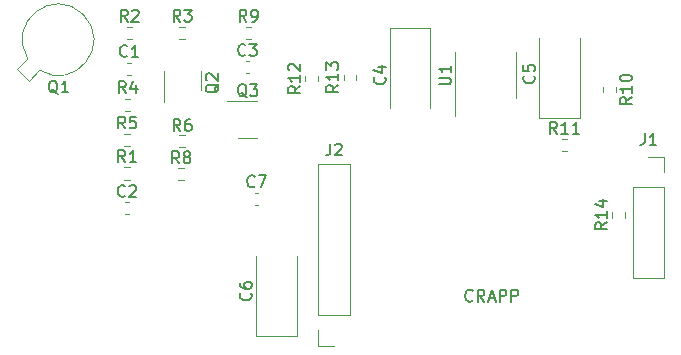
<source format=gbr>
%TF.GenerationSoftware,KiCad,Pcbnew,7.0.8*%
%TF.CreationDate,2025-06-05T10:18:12-04:00*%
%TF.ProjectId,happless,68617070-6c65-4737-932e-6b696361645f,rev?*%
%TF.SameCoordinates,Original*%
%TF.FileFunction,Legend,Top*%
%TF.FilePolarity,Positive*%
%FSLAX46Y46*%
G04 Gerber Fmt 4.6, Leading zero omitted, Abs format (unit mm)*
G04 Created by KiCad (PCBNEW 7.0.8) date 2025-06-05 10:18:12*
%MOMM*%
%LPD*%
G01*
G04 APERTURE LIST*
%ADD10C,0.150000*%
%ADD11C,0.120000*%
G04 APERTURE END LIST*
D10*
X121913807Y-94567380D02*
X121866188Y-94615000D01*
X121866188Y-94615000D02*
X121723331Y-94662619D01*
X121723331Y-94662619D02*
X121628093Y-94662619D01*
X121628093Y-94662619D02*
X121485236Y-94615000D01*
X121485236Y-94615000D02*
X121389998Y-94519761D01*
X121389998Y-94519761D02*
X121342379Y-94424523D01*
X121342379Y-94424523D02*
X121294760Y-94234047D01*
X121294760Y-94234047D02*
X121294760Y-94091190D01*
X121294760Y-94091190D02*
X121342379Y-93900714D01*
X121342379Y-93900714D02*
X121389998Y-93805476D01*
X121389998Y-93805476D02*
X121485236Y-93710238D01*
X121485236Y-93710238D02*
X121628093Y-93662619D01*
X121628093Y-93662619D02*
X121723331Y-93662619D01*
X121723331Y-93662619D02*
X121866188Y-93710238D01*
X121866188Y-93710238D02*
X121913807Y-93757857D01*
X122913807Y-94662619D02*
X122580474Y-94186428D01*
X122342379Y-94662619D02*
X122342379Y-93662619D01*
X122342379Y-93662619D02*
X122723331Y-93662619D01*
X122723331Y-93662619D02*
X122818569Y-93710238D01*
X122818569Y-93710238D02*
X122866188Y-93757857D01*
X122866188Y-93757857D02*
X122913807Y-93853095D01*
X122913807Y-93853095D02*
X122913807Y-93995952D01*
X122913807Y-93995952D02*
X122866188Y-94091190D01*
X122866188Y-94091190D02*
X122818569Y-94138809D01*
X122818569Y-94138809D02*
X122723331Y-94186428D01*
X122723331Y-94186428D02*
X122342379Y-94186428D01*
X123294760Y-94376904D02*
X123770950Y-94376904D01*
X123199522Y-94662619D02*
X123532855Y-93662619D01*
X123532855Y-93662619D02*
X123866188Y-94662619D01*
X124199522Y-94662619D02*
X124199522Y-93662619D01*
X124199522Y-93662619D02*
X124580474Y-93662619D01*
X124580474Y-93662619D02*
X124675712Y-93710238D01*
X124675712Y-93710238D02*
X124723331Y-93757857D01*
X124723331Y-93757857D02*
X124770950Y-93853095D01*
X124770950Y-93853095D02*
X124770950Y-93995952D01*
X124770950Y-93995952D02*
X124723331Y-94091190D01*
X124723331Y-94091190D02*
X124675712Y-94138809D01*
X124675712Y-94138809D02*
X124580474Y-94186428D01*
X124580474Y-94186428D02*
X124199522Y-94186428D01*
X125199522Y-94662619D02*
X125199522Y-93662619D01*
X125199522Y-93662619D02*
X125580474Y-93662619D01*
X125580474Y-93662619D02*
X125675712Y-93710238D01*
X125675712Y-93710238D02*
X125723331Y-93757857D01*
X125723331Y-93757857D02*
X125770950Y-93853095D01*
X125770950Y-93853095D02*
X125770950Y-93995952D01*
X125770950Y-93995952D02*
X125723331Y-94091190D01*
X125723331Y-94091190D02*
X125675712Y-94138809D01*
X125675712Y-94138809D02*
X125580474Y-94186428D01*
X125580474Y-94186428D02*
X125199522Y-94186428D01*
X92695733Y-70957619D02*
X92362400Y-70481428D01*
X92124305Y-70957619D02*
X92124305Y-69957619D01*
X92124305Y-69957619D02*
X92505257Y-69957619D01*
X92505257Y-69957619D02*
X92600495Y-70005238D01*
X92600495Y-70005238D02*
X92648114Y-70052857D01*
X92648114Y-70052857D02*
X92695733Y-70148095D01*
X92695733Y-70148095D02*
X92695733Y-70290952D01*
X92695733Y-70290952D02*
X92648114Y-70386190D01*
X92648114Y-70386190D02*
X92600495Y-70433809D01*
X92600495Y-70433809D02*
X92505257Y-70481428D01*
X92505257Y-70481428D02*
X92124305Y-70481428D01*
X93076686Y-70052857D02*
X93124305Y-70005238D01*
X93124305Y-70005238D02*
X93219543Y-69957619D01*
X93219543Y-69957619D02*
X93457638Y-69957619D01*
X93457638Y-69957619D02*
X93552876Y-70005238D01*
X93552876Y-70005238D02*
X93600495Y-70052857D01*
X93600495Y-70052857D02*
X93648114Y-70148095D01*
X93648114Y-70148095D02*
X93648114Y-70243333D01*
X93648114Y-70243333D02*
X93600495Y-70386190D01*
X93600495Y-70386190D02*
X93029067Y-70957619D01*
X93029067Y-70957619D02*
X93648114Y-70957619D01*
X119053619Y-76261904D02*
X119863142Y-76261904D01*
X119863142Y-76261904D02*
X119958380Y-76214285D01*
X119958380Y-76214285D02*
X120006000Y-76166666D01*
X120006000Y-76166666D02*
X120053619Y-76071428D01*
X120053619Y-76071428D02*
X120053619Y-75880952D01*
X120053619Y-75880952D02*
X120006000Y-75785714D01*
X120006000Y-75785714D02*
X119958380Y-75738095D01*
X119958380Y-75738095D02*
X119863142Y-75690476D01*
X119863142Y-75690476D02*
X119053619Y-75690476D01*
X120053619Y-74690476D02*
X120053619Y-75261904D01*
X120053619Y-74976190D02*
X119053619Y-74976190D01*
X119053619Y-74976190D02*
X119196476Y-75071428D01*
X119196476Y-75071428D02*
X119291714Y-75166666D01*
X119291714Y-75166666D02*
X119339333Y-75261904D01*
X97166133Y-70957619D02*
X96832800Y-70481428D01*
X96594705Y-70957619D02*
X96594705Y-69957619D01*
X96594705Y-69957619D02*
X96975657Y-69957619D01*
X96975657Y-69957619D02*
X97070895Y-70005238D01*
X97070895Y-70005238D02*
X97118514Y-70052857D01*
X97118514Y-70052857D02*
X97166133Y-70148095D01*
X97166133Y-70148095D02*
X97166133Y-70290952D01*
X97166133Y-70290952D02*
X97118514Y-70386190D01*
X97118514Y-70386190D02*
X97070895Y-70433809D01*
X97070895Y-70433809D02*
X96975657Y-70481428D01*
X96975657Y-70481428D02*
X96594705Y-70481428D01*
X97499467Y-69957619D02*
X98118514Y-69957619D01*
X98118514Y-69957619D02*
X97785181Y-70338571D01*
X97785181Y-70338571D02*
X97928038Y-70338571D01*
X97928038Y-70338571D02*
X98023276Y-70386190D01*
X98023276Y-70386190D02*
X98070895Y-70433809D01*
X98070895Y-70433809D02*
X98118514Y-70529047D01*
X98118514Y-70529047D02*
X98118514Y-70767142D01*
X98118514Y-70767142D02*
X98070895Y-70862380D01*
X98070895Y-70862380D02*
X98023276Y-70910000D01*
X98023276Y-70910000D02*
X97928038Y-70957619D01*
X97928038Y-70957619D02*
X97642324Y-70957619D01*
X97642324Y-70957619D02*
X97547086Y-70910000D01*
X97547086Y-70910000D02*
X97499467Y-70862380D01*
X110530819Y-76322657D02*
X110054628Y-76655990D01*
X110530819Y-76894085D02*
X109530819Y-76894085D01*
X109530819Y-76894085D02*
X109530819Y-76513133D01*
X109530819Y-76513133D02*
X109578438Y-76417895D01*
X109578438Y-76417895D02*
X109626057Y-76370276D01*
X109626057Y-76370276D02*
X109721295Y-76322657D01*
X109721295Y-76322657D02*
X109864152Y-76322657D01*
X109864152Y-76322657D02*
X109959390Y-76370276D01*
X109959390Y-76370276D02*
X110007009Y-76417895D01*
X110007009Y-76417895D02*
X110054628Y-76513133D01*
X110054628Y-76513133D02*
X110054628Y-76894085D01*
X110530819Y-75370276D02*
X110530819Y-75941704D01*
X110530819Y-75655990D02*
X109530819Y-75655990D01*
X109530819Y-75655990D02*
X109673676Y-75751228D01*
X109673676Y-75751228D02*
X109768914Y-75846466D01*
X109768914Y-75846466D02*
X109816533Y-75941704D01*
X109530819Y-75036942D02*
X109530819Y-74417895D01*
X109530819Y-74417895D02*
X109911771Y-74751228D01*
X109911771Y-74751228D02*
X109911771Y-74608371D01*
X109911771Y-74608371D02*
X109959390Y-74513133D01*
X109959390Y-74513133D02*
X110007009Y-74465514D01*
X110007009Y-74465514D02*
X110102247Y-74417895D01*
X110102247Y-74417895D02*
X110340342Y-74417895D01*
X110340342Y-74417895D02*
X110435580Y-74465514D01*
X110435580Y-74465514D02*
X110483200Y-74513133D01*
X110483200Y-74513133D02*
X110530819Y-74608371D01*
X110530819Y-74608371D02*
X110530819Y-74894085D01*
X110530819Y-74894085D02*
X110483200Y-74989323D01*
X110483200Y-74989323D02*
X110435580Y-75036942D01*
X92492533Y-82844819D02*
X92159200Y-82368628D01*
X91921105Y-82844819D02*
X91921105Y-81844819D01*
X91921105Y-81844819D02*
X92302057Y-81844819D01*
X92302057Y-81844819D02*
X92397295Y-81892438D01*
X92397295Y-81892438D02*
X92444914Y-81940057D01*
X92444914Y-81940057D02*
X92492533Y-82035295D01*
X92492533Y-82035295D02*
X92492533Y-82178152D01*
X92492533Y-82178152D02*
X92444914Y-82273390D01*
X92444914Y-82273390D02*
X92397295Y-82321009D01*
X92397295Y-82321009D02*
X92302057Y-82368628D01*
X92302057Y-82368628D02*
X91921105Y-82368628D01*
X93444914Y-82844819D02*
X92873486Y-82844819D01*
X93159200Y-82844819D02*
X93159200Y-81844819D01*
X93159200Y-81844819D02*
X93063962Y-81987676D01*
X93063962Y-81987676D02*
X92968724Y-82082914D01*
X92968724Y-82082914D02*
X92873486Y-82130533D01*
X102766333Y-70957619D02*
X102433000Y-70481428D01*
X102194905Y-70957619D02*
X102194905Y-69957619D01*
X102194905Y-69957619D02*
X102575857Y-69957619D01*
X102575857Y-69957619D02*
X102671095Y-70005238D01*
X102671095Y-70005238D02*
X102718714Y-70052857D01*
X102718714Y-70052857D02*
X102766333Y-70148095D01*
X102766333Y-70148095D02*
X102766333Y-70290952D01*
X102766333Y-70290952D02*
X102718714Y-70386190D01*
X102718714Y-70386190D02*
X102671095Y-70433809D01*
X102671095Y-70433809D02*
X102575857Y-70481428D01*
X102575857Y-70481428D02*
X102194905Y-70481428D01*
X103242524Y-70957619D02*
X103433000Y-70957619D01*
X103433000Y-70957619D02*
X103528238Y-70910000D01*
X103528238Y-70910000D02*
X103575857Y-70862380D01*
X103575857Y-70862380D02*
X103671095Y-70719523D01*
X103671095Y-70719523D02*
X103718714Y-70529047D01*
X103718714Y-70529047D02*
X103718714Y-70148095D01*
X103718714Y-70148095D02*
X103671095Y-70052857D01*
X103671095Y-70052857D02*
X103623476Y-70005238D01*
X103623476Y-70005238D02*
X103528238Y-69957619D01*
X103528238Y-69957619D02*
X103337762Y-69957619D01*
X103337762Y-69957619D02*
X103242524Y-70005238D01*
X103242524Y-70005238D02*
X103194905Y-70052857D01*
X103194905Y-70052857D02*
X103147286Y-70148095D01*
X103147286Y-70148095D02*
X103147286Y-70386190D01*
X103147286Y-70386190D02*
X103194905Y-70481428D01*
X103194905Y-70481428D02*
X103242524Y-70529047D01*
X103242524Y-70529047D02*
X103337762Y-70576666D01*
X103337762Y-70576666D02*
X103528238Y-70576666D01*
X103528238Y-70576666D02*
X103623476Y-70529047D01*
X103623476Y-70529047D02*
X103671095Y-70481428D01*
X103671095Y-70481428D02*
X103718714Y-70386190D01*
X114456380Y-75655466D02*
X114504000Y-75703085D01*
X114504000Y-75703085D02*
X114551619Y-75845942D01*
X114551619Y-75845942D02*
X114551619Y-75941180D01*
X114551619Y-75941180D02*
X114504000Y-76084037D01*
X114504000Y-76084037D02*
X114408761Y-76179275D01*
X114408761Y-76179275D02*
X114313523Y-76226894D01*
X114313523Y-76226894D02*
X114123047Y-76274513D01*
X114123047Y-76274513D02*
X113980190Y-76274513D01*
X113980190Y-76274513D02*
X113789714Y-76226894D01*
X113789714Y-76226894D02*
X113694476Y-76179275D01*
X113694476Y-76179275D02*
X113599238Y-76084037D01*
X113599238Y-76084037D02*
X113551619Y-75941180D01*
X113551619Y-75941180D02*
X113551619Y-75845942D01*
X113551619Y-75845942D02*
X113599238Y-75703085D01*
X113599238Y-75703085D02*
X113646857Y-75655466D01*
X113884952Y-74798323D02*
X114551619Y-74798323D01*
X113504000Y-75036418D02*
X114218285Y-75274513D01*
X114218285Y-75274513D02*
X114218285Y-74655466D01*
X107309619Y-76424257D02*
X106833428Y-76757590D01*
X107309619Y-76995685D02*
X106309619Y-76995685D01*
X106309619Y-76995685D02*
X106309619Y-76614733D01*
X106309619Y-76614733D02*
X106357238Y-76519495D01*
X106357238Y-76519495D02*
X106404857Y-76471876D01*
X106404857Y-76471876D02*
X106500095Y-76424257D01*
X106500095Y-76424257D02*
X106642952Y-76424257D01*
X106642952Y-76424257D02*
X106738190Y-76471876D01*
X106738190Y-76471876D02*
X106785809Y-76519495D01*
X106785809Y-76519495D02*
X106833428Y-76614733D01*
X106833428Y-76614733D02*
X106833428Y-76995685D01*
X107309619Y-75471876D02*
X107309619Y-76043304D01*
X107309619Y-75757590D02*
X106309619Y-75757590D01*
X106309619Y-75757590D02*
X106452476Y-75852828D01*
X106452476Y-75852828D02*
X106547714Y-75948066D01*
X106547714Y-75948066D02*
X106595333Y-76043304D01*
X106404857Y-75090923D02*
X106357238Y-75043304D01*
X106357238Y-75043304D02*
X106309619Y-74948066D01*
X106309619Y-74948066D02*
X106309619Y-74709971D01*
X106309619Y-74709971D02*
X106357238Y-74614733D01*
X106357238Y-74614733D02*
X106404857Y-74567114D01*
X106404857Y-74567114D02*
X106500095Y-74519495D01*
X106500095Y-74519495D02*
X106595333Y-74519495D01*
X106595333Y-74519495D02*
X106738190Y-74567114D01*
X106738190Y-74567114D02*
X107309619Y-75138542D01*
X107309619Y-75138542D02*
X107309619Y-74519495D01*
X97064533Y-82954019D02*
X96731200Y-82477828D01*
X96493105Y-82954019D02*
X96493105Y-81954019D01*
X96493105Y-81954019D02*
X96874057Y-81954019D01*
X96874057Y-81954019D02*
X96969295Y-82001638D01*
X96969295Y-82001638D02*
X97016914Y-82049257D01*
X97016914Y-82049257D02*
X97064533Y-82144495D01*
X97064533Y-82144495D02*
X97064533Y-82287352D01*
X97064533Y-82287352D02*
X97016914Y-82382590D01*
X97016914Y-82382590D02*
X96969295Y-82430209D01*
X96969295Y-82430209D02*
X96874057Y-82477828D01*
X96874057Y-82477828D02*
X96493105Y-82477828D01*
X97635962Y-82382590D02*
X97540724Y-82334971D01*
X97540724Y-82334971D02*
X97493105Y-82287352D01*
X97493105Y-82287352D02*
X97445486Y-82192114D01*
X97445486Y-82192114D02*
X97445486Y-82144495D01*
X97445486Y-82144495D02*
X97493105Y-82049257D01*
X97493105Y-82049257D02*
X97540724Y-82001638D01*
X97540724Y-82001638D02*
X97635962Y-81954019D01*
X97635962Y-81954019D02*
X97826438Y-81954019D01*
X97826438Y-81954019D02*
X97921676Y-82001638D01*
X97921676Y-82001638D02*
X97969295Y-82049257D01*
X97969295Y-82049257D02*
X98016914Y-82144495D01*
X98016914Y-82144495D02*
X98016914Y-82192114D01*
X98016914Y-82192114D02*
X97969295Y-82287352D01*
X97969295Y-82287352D02*
X97921676Y-82334971D01*
X97921676Y-82334971D02*
X97826438Y-82382590D01*
X97826438Y-82382590D02*
X97635962Y-82382590D01*
X97635962Y-82382590D02*
X97540724Y-82430209D01*
X97540724Y-82430209D02*
X97493105Y-82477828D01*
X97493105Y-82477828D02*
X97445486Y-82573066D01*
X97445486Y-82573066D02*
X97445486Y-82763542D01*
X97445486Y-82763542D02*
X97493105Y-82858780D01*
X97493105Y-82858780D02*
X97540724Y-82906400D01*
X97540724Y-82906400D02*
X97635962Y-82954019D01*
X97635962Y-82954019D02*
X97826438Y-82954019D01*
X97826438Y-82954019D02*
X97921676Y-82906400D01*
X97921676Y-82906400D02*
X97969295Y-82858780D01*
X97969295Y-82858780D02*
X98016914Y-82763542D01*
X98016914Y-82763542D02*
X98016914Y-82573066D01*
X98016914Y-82573066D02*
X97969295Y-82477828D01*
X97969295Y-82477828D02*
X97921676Y-82430209D01*
X97921676Y-82430209D02*
X97826438Y-82382590D01*
X127095580Y-75553866D02*
X127143200Y-75601485D01*
X127143200Y-75601485D02*
X127190819Y-75744342D01*
X127190819Y-75744342D02*
X127190819Y-75839580D01*
X127190819Y-75839580D02*
X127143200Y-75982437D01*
X127143200Y-75982437D02*
X127047961Y-76077675D01*
X127047961Y-76077675D02*
X126952723Y-76125294D01*
X126952723Y-76125294D02*
X126762247Y-76172913D01*
X126762247Y-76172913D02*
X126619390Y-76172913D01*
X126619390Y-76172913D02*
X126428914Y-76125294D01*
X126428914Y-76125294D02*
X126333676Y-76077675D01*
X126333676Y-76077675D02*
X126238438Y-75982437D01*
X126238438Y-75982437D02*
X126190819Y-75839580D01*
X126190819Y-75839580D02*
X126190819Y-75744342D01*
X126190819Y-75744342D02*
X126238438Y-75601485D01*
X126238438Y-75601485D02*
X126286057Y-75553866D01*
X126190819Y-74649104D02*
X126190819Y-75125294D01*
X126190819Y-75125294D02*
X126667009Y-75172913D01*
X126667009Y-75172913D02*
X126619390Y-75125294D01*
X126619390Y-75125294D02*
X126571771Y-75030056D01*
X126571771Y-75030056D02*
X126571771Y-74791961D01*
X126571771Y-74791961D02*
X126619390Y-74696723D01*
X126619390Y-74696723D02*
X126667009Y-74649104D01*
X126667009Y-74649104D02*
X126762247Y-74601485D01*
X126762247Y-74601485D02*
X127000342Y-74601485D01*
X127000342Y-74601485D02*
X127095580Y-74649104D01*
X127095580Y-74649104D02*
X127143200Y-74696723D01*
X127143200Y-74696723D02*
X127190819Y-74791961D01*
X127190819Y-74791961D02*
X127190819Y-75030056D01*
X127190819Y-75030056D02*
X127143200Y-75125294D01*
X127143200Y-75125294D02*
X127095580Y-75172913D01*
X86772761Y-77054857D02*
X86677523Y-77007238D01*
X86677523Y-77007238D02*
X86582285Y-76912000D01*
X86582285Y-76912000D02*
X86439428Y-76769142D01*
X86439428Y-76769142D02*
X86344190Y-76721523D01*
X86344190Y-76721523D02*
X86248952Y-76721523D01*
X86296571Y-76959619D02*
X86201333Y-76912000D01*
X86201333Y-76912000D02*
X86106095Y-76816761D01*
X86106095Y-76816761D02*
X86058476Y-76626285D01*
X86058476Y-76626285D02*
X86058476Y-76292952D01*
X86058476Y-76292952D02*
X86106095Y-76102476D01*
X86106095Y-76102476D02*
X86201333Y-76007238D01*
X86201333Y-76007238D02*
X86296571Y-75959619D01*
X86296571Y-75959619D02*
X86487047Y-75959619D01*
X86487047Y-75959619D02*
X86582285Y-76007238D01*
X86582285Y-76007238D02*
X86677523Y-76102476D01*
X86677523Y-76102476D02*
X86725142Y-76292952D01*
X86725142Y-76292952D02*
X86725142Y-76626285D01*
X86725142Y-76626285D02*
X86677523Y-76816761D01*
X86677523Y-76816761D02*
X86582285Y-76912000D01*
X86582285Y-76912000D02*
X86487047Y-76959619D01*
X86487047Y-76959619D02*
X86296571Y-76959619D01*
X87677523Y-76959619D02*
X87106095Y-76959619D01*
X87391809Y-76959619D02*
X87391809Y-75959619D01*
X87391809Y-75959619D02*
X87296571Y-76102476D01*
X87296571Y-76102476D02*
X87201333Y-76197714D01*
X87201333Y-76197714D02*
X87106095Y-76245333D01*
X92492533Y-80000019D02*
X92159200Y-79523828D01*
X91921105Y-80000019D02*
X91921105Y-79000019D01*
X91921105Y-79000019D02*
X92302057Y-79000019D01*
X92302057Y-79000019D02*
X92397295Y-79047638D01*
X92397295Y-79047638D02*
X92444914Y-79095257D01*
X92444914Y-79095257D02*
X92492533Y-79190495D01*
X92492533Y-79190495D02*
X92492533Y-79333352D01*
X92492533Y-79333352D02*
X92444914Y-79428590D01*
X92444914Y-79428590D02*
X92397295Y-79476209D01*
X92397295Y-79476209D02*
X92302057Y-79523828D01*
X92302057Y-79523828D02*
X91921105Y-79523828D01*
X93397295Y-79000019D02*
X92921105Y-79000019D01*
X92921105Y-79000019D02*
X92873486Y-79476209D01*
X92873486Y-79476209D02*
X92921105Y-79428590D01*
X92921105Y-79428590D02*
X93016343Y-79380971D01*
X93016343Y-79380971D02*
X93254438Y-79380971D01*
X93254438Y-79380971D02*
X93349676Y-79428590D01*
X93349676Y-79428590D02*
X93397295Y-79476209D01*
X93397295Y-79476209D02*
X93444914Y-79571447D01*
X93444914Y-79571447D02*
X93444914Y-79809542D01*
X93444914Y-79809542D02*
X93397295Y-79904780D01*
X93397295Y-79904780D02*
X93349676Y-79952400D01*
X93349676Y-79952400D02*
X93254438Y-80000019D01*
X93254438Y-80000019D02*
X93016343Y-80000019D01*
X93016343Y-80000019D02*
X92921105Y-79952400D01*
X92921105Y-79952400D02*
X92873486Y-79904780D01*
X133289219Y-87955857D02*
X132813028Y-88289190D01*
X133289219Y-88527285D02*
X132289219Y-88527285D01*
X132289219Y-88527285D02*
X132289219Y-88146333D01*
X132289219Y-88146333D02*
X132336838Y-88051095D01*
X132336838Y-88051095D02*
X132384457Y-88003476D01*
X132384457Y-88003476D02*
X132479695Y-87955857D01*
X132479695Y-87955857D02*
X132622552Y-87955857D01*
X132622552Y-87955857D02*
X132717790Y-88003476D01*
X132717790Y-88003476D02*
X132765409Y-88051095D01*
X132765409Y-88051095D02*
X132813028Y-88146333D01*
X132813028Y-88146333D02*
X132813028Y-88527285D01*
X133289219Y-87003476D02*
X133289219Y-87574904D01*
X133289219Y-87289190D02*
X132289219Y-87289190D01*
X132289219Y-87289190D02*
X132432076Y-87384428D01*
X132432076Y-87384428D02*
X132527314Y-87479666D01*
X132527314Y-87479666D02*
X132574933Y-87574904D01*
X132622552Y-86146333D02*
X133289219Y-86146333D01*
X132241600Y-86384428D02*
X132955885Y-86622523D01*
X132955885Y-86622523D02*
X132955885Y-86003476D01*
X109851866Y-81293619D02*
X109851866Y-82007904D01*
X109851866Y-82007904D02*
X109804247Y-82150761D01*
X109804247Y-82150761D02*
X109709009Y-82246000D01*
X109709009Y-82246000D02*
X109566152Y-82293619D01*
X109566152Y-82293619D02*
X109470914Y-82293619D01*
X110280438Y-81388857D02*
X110328057Y-81341238D01*
X110328057Y-81341238D02*
X110423295Y-81293619D01*
X110423295Y-81293619D02*
X110661390Y-81293619D01*
X110661390Y-81293619D02*
X110756628Y-81341238D01*
X110756628Y-81341238D02*
X110804247Y-81388857D01*
X110804247Y-81388857D02*
X110851866Y-81484095D01*
X110851866Y-81484095D02*
X110851866Y-81579333D01*
X110851866Y-81579333D02*
X110804247Y-81722190D01*
X110804247Y-81722190D02*
X110232819Y-82293619D01*
X110232819Y-82293619D02*
X110851866Y-82293619D01*
X136471066Y-80403219D02*
X136471066Y-81117504D01*
X136471066Y-81117504D02*
X136423447Y-81260361D01*
X136423447Y-81260361D02*
X136328209Y-81355600D01*
X136328209Y-81355600D02*
X136185352Y-81403219D01*
X136185352Y-81403219D02*
X136090114Y-81403219D01*
X137471066Y-81403219D02*
X136899638Y-81403219D01*
X137185352Y-81403219D02*
X137185352Y-80403219D01*
X137185352Y-80403219D02*
X137090114Y-80546076D01*
X137090114Y-80546076D02*
X136994876Y-80641314D01*
X136994876Y-80641314D02*
X136899638Y-80688933D01*
X135387219Y-77350857D02*
X134911028Y-77684190D01*
X135387219Y-77922285D02*
X134387219Y-77922285D01*
X134387219Y-77922285D02*
X134387219Y-77541333D01*
X134387219Y-77541333D02*
X134434838Y-77446095D01*
X134434838Y-77446095D02*
X134482457Y-77398476D01*
X134482457Y-77398476D02*
X134577695Y-77350857D01*
X134577695Y-77350857D02*
X134720552Y-77350857D01*
X134720552Y-77350857D02*
X134815790Y-77398476D01*
X134815790Y-77398476D02*
X134863409Y-77446095D01*
X134863409Y-77446095D02*
X134911028Y-77541333D01*
X134911028Y-77541333D02*
X134911028Y-77922285D01*
X135387219Y-76398476D02*
X135387219Y-76969904D01*
X135387219Y-76684190D02*
X134387219Y-76684190D01*
X134387219Y-76684190D02*
X134530076Y-76779428D01*
X134530076Y-76779428D02*
X134625314Y-76874666D01*
X134625314Y-76874666D02*
X134672933Y-76969904D01*
X134387219Y-75779428D02*
X134387219Y-75684190D01*
X134387219Y-75684190D02*
X134434838Y-75588952D01*
X134434838Y-75588952D02*
X134482457Y-75541333D01*
X134482457Y-75541333D02*
X134577695Y-75493714D01*
X134577695Y-75493714D02*
X134768171Y-75446095D01*
X134768171Y-75446095D02*
X135006266Y-75446095D01*
X135006266Y-75446095D02*
X135196742Y-75493714D01*
X135196742Y-75493714D02*
X135291980Y-75541333D01*
X135291980Y-75541333D02*
X135339600Y-75588952D01*
X135339600Y-75588952D02*
X135387219Y-75684190D01*
X135387219Y-75684190D02*
X135387219Y-75779428D01*
X135387219Y-75779428D02*
X135339600Y-75874666D01*
X135339600Y-75874666D02*
X135291980Y-75922285D01*
X135291980Y-75922285D02*
X135196742Y-75969904D01*
X135196742Y-75969904D02*
X135006266Y-76017523D01*
X135006266Y-76017523D02*
X134768171Y-76017523D01*
X134768171Y-76017523D02*
X134577695Y-75969904D01*
X134577695Y-75969904D02*
X134482457Y-75922285D01*
X134482457Y-75922285D02*
X134434838Y-75874666D01*
X134434838Y-75874666D02*
X134387219Y-75779428D01*
X92657933Y-73859580D02*
X92610314Y-73907200D01*
X92610314Y-73907200D02*
X92467457Y-73954819D01*
X92467457Y-73954819D02*
X92372219Y-73954819D01*
X92372219Y-73954819D02*
X92229362Y-73907200D01*
X92229362Y-73907200D02*
X92134124Y-73811961D01*
X92134124Y-73811961D02*
X92086505Y-73716723D01*
X92086505Y-73716723D02*
X92038886Y-73526247D01*
X92038886Y-73526247D02*
X92038886Y-73383390D01*
X92038886Y-73383390D02*
X92086505Y-73192914D01*
X92086505Y-73192914D02*
X92134124Y-73097676D01*
X92134124Y-73097676D02*
X92229362Y-73002438D01*
X92229362Y-73002438D02*
X92372219Y-72954819D01*
X92372219Y-72954819D02*
X92467457Y-72954819D01*
X92467457Y-72954819D02*
X92610314Y-73002438D01*
X92610314Y-73002438D02*
X92657933Y-73050057D01*
X93610314Y-73954819D02*
X93038886Y-73954819D01*
X93324600Y-73954819D02*
X93324600Y-72954819D01*
X93324600Y-72954819D02*
X93229362Y-73097676D01*
X93229362Y-73097676D02*
X93134124Y-73192914D01*
X93134124Y-73192914D02*
X93038886Y-73240533D01*
X103117980Y-93943466D02*
X103165600Y-93991085D01*
X103165600Y-93991085D02*
X103213219Y-94133942D01*
X103213219Y-94133942D02*
X103213219Y-94229180D01*
X103213219Y-94229180D02*
X103165600Y-94372037D01*
X103165600Y-94372037D02*
X103070361Y-94467275D01*
X103070361Y-94467275D02*
X102975123Y-94514894D01*
X102975123Y-94514894D02*
X102784647Y-94562513D01*
X102784647Y-94562513D02*
X102641790Y-94562513D01*
X102641790Y-94562513D02*
X102451314Y-94514894D01*
X102451314Y-94514894D02*
X102356076Y-94467275D01*
X102356076Y-94467275D02*
X102260838Y-94372037D01*
X102260838Y-94372037D02*
X102213219Y-94229180D01*
X102213219Y-94229180D02*
X102213219Y-94133942D01*
X102213219Y-94133942D02*
X102260838Y-93991085D01*
X102260838Y-93991085D02*
X102308457Y-93943466D01*
X102213219Y-93086323D02*
X102213219Y-93276799D01*
X102213219Y-93276799D02*
X102260838Y-93372037D01*
X102260838Y-93372037D02*
X102308457Y-93419656D01*
X102308457Y-93419656D02*
X102451314Y-93514894D01*
X102451314Y-93514894D02*
X102641790Y-93562513D01*
X102641790Y-93562513D02*
X103022742Y-93562513D01*
X103022742Y-93562513D02*
X103117980Y-93514894D01*
X103117980Y-93514894D02*
X103165600Y-93467275D01*
X103165600Y-93467275D02*
X103213219Y-93372037D01*
X103213219Y-93372037D02*
X103213219Y-93181561D01*
X103213219Y-93181561D02*
X103165600Y-93086323D01*
X103165600Y-93086323D02*
X103117980Y-93038704D01*
X103117980Y-93038704D02*
X103022742Y-92991085D01*
X103022742Y-92991085D02*
X102784647Y-92991085D01*
X102784647Y-92991085D02*
X102689409Y-93038704D01*
X102689409Y-93038704D02*
X102641790Y-93086323D01*
X102641790Y-93086323D02*
X102594171Y-93181561D01*
X102594171Y-93181561D02*
X102594171Y-93372037D01*
X102594171Y-93372037D02*
X102641790Y-93467275D01*
X102641790Y-93467275D02*
X102689409Y-93514894D01*
X102689409Y-93514894D02*
X102784647Y-93562513D01*
X129049542Y-80457219D02*
X128716209Y-79981028D01*
X128478114Y-80457219D02*
X128478114Y-79457219D01*
X128478114Y-79457219D02*
X128859066Y-79457219D01*
X128859066Y-79457219D02*
X128954304Y-79504838D01*
X128954304Y-79504838D02*
X129001923Y-79552457D01*
X129001923Y-79552457D02*
X129049542Y-79647695D01*
X129049542Y-79647695D02*
X129049542Y-79790552D01*
X129049542Y-79790552D02*
X129001923Y-79885790D01*
X129001923Y-79885790D02*
X128954304Y-79933409D01*
X128954304Y-79933409D02*
X128859066Y-79981028D01*
X128859066Y-79981028D02*
X128478114Y-79981028D01*
X130001923Y-80457219D02*
X129430495Y-80457219D01*
X129716209Y-80457219D02*
X129716209Y-79457219D01*
X129716209Y-79457219D02*
X129620971Y-79600076D01*
X129620971Y-79600076D02*
X129525733Y-79695314D01*
X129525733Y-79695314D02*
X129430495Y-79742933D01*
X130954304Y-80457219D02*
X130382876Y-80457219D01*
X130668590Y-80457219D02*
X130668590Y-79457219D01*
X130668590Y-79457219D02*
X130573352Y-79600076D01*
X130573352Y-79600076D02*
X130478114Y-79695314D01*
X130478114Y-79695314D02*
X130382876Y-79742933D01*
X103452333Y-84883180D02*
X103404714Y-84930800D01*
X103404714Y-84930800D02*
X103261857Y-84978419D01*
X103261857Y-84978419D02*
X103166619Y-84978419D01*
X103166619Y-84978419D02*
X103023762Y-84930800D01*
X103023762Y-84930800D02*
X102928524Y-84835561D01*
X102928524Y-84835561D02*
X102880905Y-84740323D01*
X102880905Y-84740323D02*
X102833286Y-84549847D01*
X102833286Y-84549847D02*
X102833286Y-84406990D01*
X102833286Y-84406990D02*
X102880905Y-84216514D01*
X102880905Y-84216514D02*
X102928524Y-84121276D01*
X102928524Y-84121276D02*
X103023762Y-84026038D01*
X103023762Y-84026038D02*
X103166619Y-83978419D01*
X103166619Y-83978419D02*
X103261857Y-83978419D01*
X103261857Y-83978419D02*
X103404714Y-84026038D01*
X103404714Y-84026038D02*
X103452333Y-84073657D01*
X103785667Y-83978419D02*
X104452333Y-83978419D01*
X104452333Y-83978419D02*
X104023762Y-84978419D01*
X92479533Y-85695980D02*
X92431914Y-85743600D01*
X92431914Y-85743600D02*
X92289057Y-85791219D01*
X92289057Y-85791219D02*
X92193819Y-85791219D01*
X92193819Y-85791219D02*
X92050962Y-85743600D01*
X92050962Y-85743600D02*
X91955724Y-85648361D01*
X91955724Y-85648361D02*
X91908105Y-85553123D01*
X91908105Y-85553123D02*
X91860486Y-85362647D01*
X91860486Y-85362647D02*
X91860486Y-85219790D01*
X91860486Y-85219790D02*
X91908105Y-85029314D01*
X91908105Y-85029314D02*
X91955724Y-84934076D01*
X91955724Y-84934076D02*
X92050962Y-84838838D01*
X92050962Y-84838838D02*
X92193819Y-84791219D01*
X92193819Y-84791219D02*
X92289057Y-84791219D01*
X92289057Y-84791219D02*
X92431914Y-84838838D01*
X92431914Y-84838838D02*
X92479533Y-84886457D01*
X92860486Y-84886457D02*
X92908105Y-84838838D01*
X92908105Y-84838838D02*
X93003343Y-84791219D01*
X93003343Y-84791219D02*
X93241438Y-84791219D01*
X93241438Y-84791219D02*
X93336676Y-84838838D01*
X93336676Y-84838838D02*
X93384295Y-84886457D01*
X93384295Y-84886457D02*
X93431914Y-84981695D01*
X93431914Y-84981695D02*
X93431914Y-85076933D01*
X93431914Y-85076933D02*
X93384295Y-85219790D01*
X93384295Y-85219790D02*
X92812867Y-85791219D01*
X92812867Y-85791219D02*
X93431914Y-85791219D01*
X102794661Y-77362457D02*
X102699423Y-77314838D01*
X102699423Y-77314838D02*
X102604185Y-77219600D01*
X102604185Y-77219600D02*
X102461328Y-77076742D01*
X102461328Y-77076742D02*
X102366090Y-77029123D01*
X102366090Y-77029123D02*
X102270852Y-77029123D01*
X102318471Y-77267219D02*
X102223233Y-77219600D01*
X102223233Y-77219600D02*
X102127995Y-77124361D01*
X102127995Y-77124361D02*
X102080376Y-76933885D01*
X102080376Y-76933885D02*
X102080376Y-76600552D01*
X102080376Y-76600552D02*
X102127995Y-76410076D01*
X102127995Y-76410076D02*
X102223233Y-76314838D01*
X102223233Y-76314838D02*
X102318471Y-76267219D01*
X102318471Y-76267219D02*
X102508947Y-76267219D01*
X102508947Y-76267219D02*
X102604185Y-76314838D01*
X102604185Y-76314838D02*
X102699423Y-76410076D01*
X102699423Y-76410076D02*
X102747042Y-76600552D01*
X102747042Y-76600552D02*
X102747042Y-76933885D01*
X102747042Y-76933885D02*
X102699423Y-77124361D01*
X102699423Y-77124361D02*
X102604185Y-77219600D01*
X102604185Y-77219600D02*
X102508947Y-77267219D01*
X102508947Y-77267219D02*
X102318471Y-77267219D01*
X103080376Y-76267219D02*
X103699423Y-76267219D01*
X103699423Y-76267219D02*
X103366090Y-76648171D01*
X103366090Y-76648171D02*
X103508947Y-76648171D01*
X103508947Y-76648171D02*
X103604185Y-76695790D01*
X103604185Y-76695790D02*
X103651804Y-76743409D01*
X103651804Y-76743409D02*
X103699423Y-76838647D01*
X103699423Y-76838647D02*
X103699423Y-77076742D01*
X103699423Y-77076742D02*
X103651804Y-77171980D01*
X103651804Y-77171980D02*
X103604185Y-77219600D01*
X103604185Y-77219600D02*
X103508947Y-77267219D01*
X103508947Y-77267219D02*
X103223233Y-77267219D01*
X103223233Y-77267219D02*
X103127995Y-77219600D01*
X103127995Y-77219600D02*
X103080376Y-77171980D01*
X97166133Y-80210819D02*
X96832800Y-79734628D01*
X96594705Y-80210819D02*
X96594705Y-79210819D01*
X96594705Y-79210819D02*
X96975657Y-79210819D01*
X96975657Y-79210819D02*
X97070895Y-79258438D01*
X97070895Y-79258438D02*
X97118514Y-79306057D01*
X97118514Y-79306057D02*
X97166133Y-79401295D01*
X97166133Y-79401295D02*
X97166133Y-79544152D01*
X97166133Y-79544152D02*
X97118514Y-79639390D01*
X97118514Y-79639390D02*
X97070895Y-79687009D01*
X97070895Y-79687009D02*
X96975657Y-79734628D01*
X96975657Y-79734628D02*
X96594705Y-79734628D01*
X98023276Y-79210819D02*
X97832800Y-79210819D01*
X97832800Y-79210819D02*
X97737562Y-79258438D01*
X97737562Y-79258438D02*
X97689943Y-79306057D01*
X97689943Y-79306057D02*
X97594705Y-79448914D01*
X97594705Y-79448914D02*
X97547086Y-79639390D01*
X97547086Y-79639390D02*
X97547086Y-80020342D01*
X97547086Y-80020342D02*
X97594705Y-80115580D01*
X97594705Y-80115580D02*
X97642324Y-80163200D01*
X97642324Y-80163200D02*
X97737562Y-80210819D01*
X97737562Y-80210819D02*
X97928038Y-80210819D01*
X97928038Y-80210819D02*
X98023276Y-80163200D01*
X98023276Y-80163200D02*
X98070895Y-80115580D01*
X98070895Y-80115580D02*
X98118514Y-80020342D01*
X98118514Y-80020342D02*
X98118514Y-79782247D01*
X98118514Y-79782247D02*
X98070895Y-79687009D01*
X98070895Y-79687009D02*
X98023276Y-79639390D01*
X98023276Y-79639390D02*
X97928038Y-79591771D01*
X97928038Y-79591771D02*
X97737562Y-79591771D01*
X97737562Y-79591771D02*
X97642324Y-79639390D01*
X97642324Y-79639390D02*
X97594705Y-79687009D01*
X97594705Y-79687009D02*
X97547086Y-79782247D01*
X100422857Y-76244438D02*
X100375238Y-76339676D01*
X100375238Y-76339676D02*
X100280000Y-76434914D01*
X100280000Y-76434914D02*
X100137142Y-76577771D01*
X100137142Y-76577771D02*
X100089523Y-76673009D01*
X100089523Y-76673009D02*
X100089523Y-76768247D01*
X100327619Y-76720628D02*
X100280000Y-76815866D01*
X100280000Y-76815866D02*
X100184761Y-76911104D01*
X100184761Y-76911104D02*
X99994285Y-76958723D01*
X99994285Y-76958723D02*
X99660952Y-76958723D01*
X99660952Y-76958723D02*
X99470476Y-76911104D01*
X99470476Y-76911104D02*
X99375238Y-76815866D01*
X99375238Y-76815866D02*
X99327619Y-76720628D01*
X99327619Y-76720628D02*
X99327619Y-76530152D01*
X99327619Y-76530152D02*
X99375238Y-76434914D01*
X99375238Y-76434914D02*
X99470476Y-76339676D01*
X99470476Y-76339676D02*
X99660952Y-76292057D01*
X99660952Y-76292057D02*
X99994285Y-76292057D01*
X99994285Y-76292057D02*
X100184761Y-76339676D01*
X100184761Y-76339676D02*
X100280000Y-76434914D01*
X100280000Y-76434914D02*
X100327619Y-76530152D01*
X100327619Y-76530152D02*
X100327619Y-76720628D01*
X99422857Y-75911104D02*
X99375238Y-75863485D01*
X99375238Y-75863485D02*
X99327619Y-75768247D01*
X99327619Y-75768247D02*
X99327619Y-75530152D01*
X99327619Y-75530152D02*
X99375238Y-75434914D01*
X99375238Y-75434914D02*
X99422857Y-75387295D01*
X99422857Y-75387295D02*
X99518095Y-75339676D01*
X99518095Y-75339676D02*
X99613333Y-75339676D01*
X99613333Y-75339676D02*
X99756190Y-75387295D01*
X99756190Y-75387295D02*
X100327619Y-75958723D01*
X100327619Y-75958723D02*
X100327619Y-75339676D01*
X102665533Y-73757980D02*
X102617914Y-73805600D01*
X102617914Y-73805600D02*
X102475057Y-73853219D01*
X102475057Y-73853219D02*
X102379819Y-73853219D01*
X102379819Y-73853219D02*
X102236962Y-73805600D01*
X102236962Y-73805600D02*
X102141724Y-73710361D01*
X102141724Y-73710361D02*
X102094105Y-73615123D01*
X102094105Y-73615123D02*
X102046486Y-73424647D01*
X102046486Y-73424647D02*
X102046486Y-73281790D01*
X102046486Y-73281790D02*
X102094105Y-73091314D01*
X102094105Y-73091314D02*
X102141724Y-72996076D01*
X102141724Y-72996076D02*
X102236962Y-72900838D01*
X102236962Y-72900838D02*
X102379819Y-72853219D01*
X102379819Y-72853219D02*
X102475057Y-72853219D01*
X102475057Y-72853219D02*
X102617914Y-72900838D01*
X102617914Y-72900838D02*
X102665533Y-72948457D01*
X102998867Y-72853219D02*
X103617914Y-72853219D01*
X103617914Y-72853219D02*
X103284581Y-73234171D01*
X103284581Y-73234171D02*
X103427438Y-73234171D01*
X103427438Y-73234171D02*
X103522676Y-73281790D01*
X103522676Y-73281790D02*
X103570295Y-73329409D01*
X103570295Y-73329409D02*
X103617914Y-73424647D01*
X103617914Y-73424647D02*
X103617914Y-73662742D01*
X103617914Y-73662742D02*
X103570295Y-73757980D01*
X103570295Y-73757980D02*
X103522676Y-73805600D01*
X103522676Y-73805600D02*
X103427438Y-73853219D01*
X103427438Y-73853219D02*
X103141724Y-73853219D01*
X103141724Y-73853219D02*
X103046486Y-73805600D01*
X103046486Y-73805600D02*
X102998867Y-73757980D01*
X92543333Y-77010419D02*
X92210000Y-76534228D01*
X91971905Y-77010419D02*
X91971905Y-76010419D01*
X91971905Y-76010419D02*
X92352857Y-76010419D01*
X92352857Y-76010419D02*
X92448095Y-76058038D01*
X92448095Y-76058038D02*
X92495714Y-76105657D01*
X92495714Y-76105657D02*
X92543333Y-76200895D01*
X92543333Y-76200895D02*
X92543333Y-76343752D01*
X92543333Y-76343752D02*
X92495714Y-76438990D01*
X92495714Y-76438990D02*
X92448095Y-76486609D01*
X92448095Y-76486609D02*
X92352857Y-76534228D01*
X92352857Y-76534228D02*
X91971905Y-76534228D01*
X93400476Y-76343752D02*
X93400476Y-77010419D01*
X93162381Y-75962800D02*
X92924286Y-76677085D01*
X92924286Y-76677085D02*
X93543333Y-76677085D01*
D11*
%TO.C,R2*%
X92625142Y-71410300D02*
X93099658Y-71410300D01*
X92625142Y-72455300D02*
X93099658Y-72455300D01*
%TO.C,U1*%
X120438800Y-75500000D02*
X120438800Y-78950000D01*
X120438800Y-75500000D02*
X120438800Y-73550000D01*
X125558800Y-75500000D02*
X125558800Y-77450000D01*
X125558800Y-75500000D02*
X125558800Y-73550000D01*
%TO.C,R3*%
X97095542Y-71410300D02*
X97570058Y-71410300D01*
X97095542Y-72455300D02*
X97570058Y-72455300D01*
%TO.C,R13*%
X110983500Y-75917058D02*
X110983500Y-75442542D01*
X112028500Y-75917058D02*
X112028500Y-75442542D01*
%TO.C,R1*%
X92421942Y-83297500D02*
X92896458Y-83297500D01*
X92421942Y-84342500D02*
X92896458Y-84342500D01*
%TO.C,R9*%
X102695742Y-71410300D02*
X103170258Y-71410300D01*
X102695742Y-72455300D02*
X103170258Y-72455300D01*
%TO.C,C4*%
X118346800Y-71501500D02*
X114926800Y-71501500D01*
X114926800Y-71501500D02*
X114926800Y-78261500D01*
X118346800Y-78261500D02*
X118346800Y-71501500D01*
%TO.C,R12*%
X107762300Y-76018658D02*
X107762300Y-75544142D01*
X108807300Y-76018658D02*
X108807300Y-75544142D01*
%TO.C,R8*%
X97468458Y-84393300D02*
X96993942Y-84393300D01*
X97468458Y-83348300D02*
X96993942Y-83348300D01*
%TO.C,C5*%
X127576000Y-79147200D02*
X130996000Y-79147200D01*
X130996000Y-79147200D02*
X130996000Y-72387200D01*
X127576000Y-72387200D02*
X127576000Y-79147200D01*
%TO.C,Q1*%
X84322701Y-75976048D02*
X85234869Y-75063881D01*
X83332752Y-74986099D02*
X84322701Y-75976048D01*
X84244919Y-74073931D02*
X83332752Y-74986099D01*
X85234656Y-75063750D02*
G75*
G03*
X84244919Y-74073931I1582544J2572150D01*
G01*
%TO.C,R5*%
X92421942Y-80452700D02*
X92896458Y-80452700D01*
X92421942Y-81497700D02*
X92896458Y-81497700D01*
%TO.C,R14*%
X133741900Y-87550258D02*
X133741900Y-87075742D01*
X134786900Y-87550258D02*
X134786900Y-87075742D01*
%TO.C,J2*%
X111515200Y-95808800D02*
X111515200Y-83048800D01*
X111515200Y-95808800D02*
X108855200Y-95808800D01*
X111515200Y-83048800D02*
X108855200Y-83048800D01*
X110185200Y-98408800D02*
X108855200Y-98408800D01*
X108855200Y-98408800D02*
X108855200Y-97078800D01*
X108855200Y-95808800D02*
X108855200Y-83048800D01*
%TO.C,J1*%
X135474400Y-84988400D02*
X135474400Y-92668400D01*
X135474400Y-84988400D02*
X138134400Y-84988400D01*
X135474400Y-92668400D02*
X138134400Y-92668400D01*
X136804400Y-82388400D02*
X138134400Y-82388400D01*
X138134400Y-82388400D02*
X138134400Y-83718400D01*
X138134400Y-84988400D02*
X138134400Y-92668400D01*
%TO.C,R10*%
X134024900Y-76470742D02*
X134024900Y-76945258D01*
X132979900Y-76470742D02*
X132979900Y-76945258D01*
%TO.C,C1*%
X92684020Y-74420000D02*
X92965180Y-74420000D01*
X92684020Y-75440000D02*
X92965180Y-75440000D01*
%TO.C,C6*%
X103598400Y-97536800D02*
X107018400Y-97536800D01*
X107018400Y-97536800D02*
X107018400Y-90776800D01*
X103598400Y-90776800D02*
X103598400Y-97536800D01*
%TO.C,R11*%
X129455142Y-80909900D02*
X129929658Y-80909900D01*
X129455142Y-81954900D02*
X129929658Y-81954900D01*
%TO.C,C7*%
X103478420Y-85443600D02*
X103759580Y-85443600D01*
X103478420Y-86463600D02*
X103759580Y-86463600D01*
%TO.C,C2*%
X92505620Y-86256400D02*
X92786780Y-86256400D01*
X92505620Y-87276400D02*
X92786780Y-87276400D01*
%TO.C,Q3*%
X102889900Y-77652400D02*
X101089900Y-77652400D01*
X102889900Y-77652400D02*
X103689900Y-77652400D01*
X102889900Y-80772400D02*
X102089900Y-80772400D01*
X102889900Y-80772400D02*
X103689900Y-80772400D01*
%TO.C,R6*%
X97570058Y-81599300D02*
X97095542Y-81599300D01*
X97570058Y-80554300D02*
X97095542Y-80554300D01*
%TO.C,Q2*%
X95757600Y-75976900D02*
X95757600Y-77776900D01*
X95757600Y-75976900D02*
X95757600Y-75176900D01*
X98877600Y-75976900D02*
X98877600Y-76776900D01*
X98877600Y-75976900D02*
X98877600Y-75176900D01*
%TO.C,C3*%
X102691620Y-74318400D02*
X102972780Y-74318400D01*
X102691620Y-75338400D02*
X102972780Y-75338400D01*
%TO.C,R4*%
X92947258Y-78551300D02*
X92472742Y-78551300D01*
X92947258Y-77506300D02*
X92472742Y-77506300D01*
%TD*%
M02*

</source>
